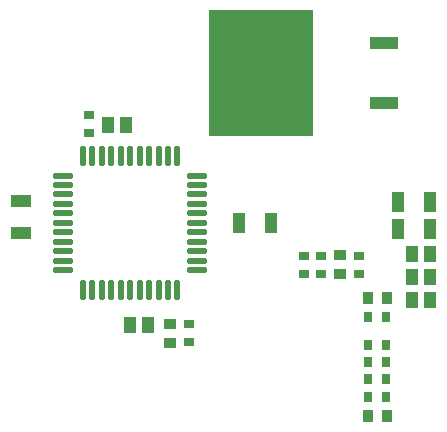
<source format=gtp>
%FSDAX24Y24*%
%MOIN*%
%SFA1B1*%

%IPPOS*%
%ADD10O,0.068900X0.021700*%
%ADD11O,0.021700X0.068900*%
%ADD12R,0.027600X0.035400*%
%ADD13R,0.035400X0.027600*%
%ADD14R,0.039400X0.037400*%
%ADD15R,0.037400X0.039400*%
%ADD16R,0.043300X0.055100*%
%ADD17R,0.094500X0.041300*%
%ADD18R,0.350400X0.419300*%
%ADD19R,0.066900X0.043300*%
%ADD20R,0.043300X0.066900*%
%LNmetr4810_pcb_c_layout-1*%
%LPD*%
G54D10*
X012624Y010675D03*
Y010360D03*
Y010045D03*
Y009730D03*
Y009415D03*
Y009100D03*
Y008785D03*
Y008470D03*
Y008155D03*
Y007840D03*
Y007525D03*
X008176D03*
Y007840D03*
Y008155D03*
Y008470D03*
Y008785D03*
Y009100D03*
Y009415D03*
Y009730D03*
Y010045D03*
Y010360D03*
Y010675D03*
G54D11*
X011975Y006876D03*
X011660D03*
X011345D03*
X011030D03*
X010715D03*
X010400D03*
X010085D03*
X009770D03*
X009455D03*
X009140D03*
X008825D03*
Y011324D03*
X009140D03*
X009455D03*
X009770D03*
X010085D03*
X010400D03*
X010715D03*
X011030D03*
X011345D03*
X011660D03*
X011975D03*
G54D12*
X018335Y003882D03*
X018926D03*
Y004454D03*
X018335D03*
Y005950D03*
X018926D03*
Y003309D03*
X018335D03*
Y005027D03*
X018926D03*
G54D13*
X012373Y005133D03*
Y005723D03*
X009043Y012690D03*
Y012099D03*
X016186Y007995D03*
Y007405D03*
X018041Y007995D03*
Y007405D03*
X016759D03*
Y007995D03*
G54D14*
X011731Y005093D03*
Y005723D03*
X017400Y007385D03*
Y008015D03*
G54D15*
X018335Y006591D03*
X018965D03*
X018315Y002668D03*
X018945D03*
G54D16*
X010405Y005700D03*
X010995D03*
X010245Y012350D03*
X009655D03*
X020394Y007299D03*
X019803D03*
X020394Y008068D03*
X019803D03*
X020394Y006529D03*
X019803D03*
G54D17*
X018850Y013100D03*
Y015100D03*
G54D18*
X014775Y014100D03*
G54D19*
X006750Y008769D03*
Y009832D03*
G54D20*
X014018Y009100D03*
X015081D03*
X019331Y008896D03*
X020394D03*
X019331Y009800D03*
X020394D03*
M02*
</source>
